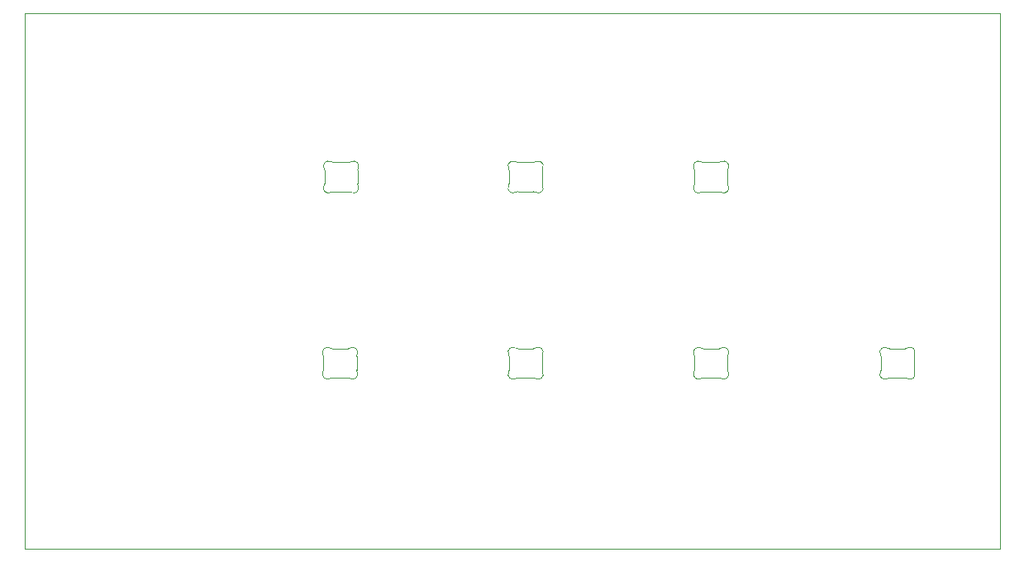
<source format=gm1>
%TF.GenerationSoftware,KiCad,Pcbnew,9.0.6*%
%TF.CreationDate,2025-12-23T12:32:36-05:00*%
%TF.ProjectId,astrapad,61737472-6170-4616-942e-6b696361645f,rev?*%
%TF.SameCoordinates,Original*%
%TF.FileFunction,Profile,NP*%
%FSLAX46Y46*%
G04 Gerber Fmt 4.6, Leading zero omitted, Abs format (unit mm)*
G04 Created by KiCad (PCBNEW 9.0.6) date 2025-12-23 12:32:36*
%MOMM*%
%LPD*%
G01*
G04 APERTURE LIST*
%TA.AperFunction,Profile*%
%ADD10C,0.050000*%
%TD*%
%TA.AperFunction,Profile*%
%ADD11C,0.100000*%
%TD*%
G04 APERTURE END LIST*
D10*
X0Y0D02*
X99890000Y0D01*
X99890000Y-54780000D01*
X0Y-54780000D01*
X0Y0D01*
D11*
%TO.C,D14*%
X68622501Y-36519575D02*
X68622501Y-35113891D01*
X69528048Y-34316733D02*
X71116952Y-34316733D01*
X71116952Y-37316732D02*
X69528047Y-37316732D01*
X72022499Y-35113891D02*
X72022499Y-36519575D01*
X68573016Y-34897013D02*
G75*
G02*
X68622501Y-35113891I-450505J-216876D01*
G01*
X68573016Y-34897014D02*
G75*
G02*
X69275789Y-34248434I450514J216880D01*
G01*
X68622501Y-36519576D02*
G75*
G02*
X68573016Y-36736453I-499990J-1D01*
G01*
X69275789Y-37385031D02*
G75*
G02*
X68573016Y-36736453I-252258J431701D01*
G01*
X69275789Y-37385031D02*
G75*
G02*
X69528047Y-37316732I252261J-431710D01*
G01*
X69528048Y-34316733D02*
G75*
G02*
X69275789Y-34248434I2J500009D01*
G01*
X71116953Y-37316733D02*
G75*
G02*
X71369211Y-37385032I-3J-500010D01*
G01*
X71369210Y-34248434D02*
G75*
G02*
X71116952Y-34316732I-252260J431711D01*
G01*
X71369211Y-34248436D02*
G75*
G02*
X72071981Y-34897012I252259J-431697D01*
G01*
X72022499Y-35113890D02*
G75*
G02*
X72071982Y-34897012I500031J-3D01*
G01*
X72071984Y-36736453D02*
G75*
G02*
X71369210Y-37385033I-450514J-216880D01*
G01*
X72072500Y-36736733D02*
G75*
G02*
X72023004Y-36519856I450500J216900D01*
G01*
%TO.C,D10*%
X30712501Y-17439575D02*
X30712501Y-16033891D01*
X31618048Y-15236733D02*
X33206952Y-15236733D01*
X33206952Y-18236732D02*
X31618047Y-18236732D01*
X34112499Y-16033891D02*
X34112499Y-17439575D01*
X30663016Y-15817013D02*
G75*
G02*
X30712501Y-16033891I-450505J-216876D01*
G01*
X30663016Y-15817014D02*
G75*
G02*
X31365789Y-15168434I450514J216880D01*
G01*
X30712501Y-17439576D02*
G75*
G02*
X30663016Y-17656453I-499990J-1D01*
G01*
X31365789Y-18305031D02*
G75*
G02*
X30663016Y-17656453I-252258J431701D01*
G01*
X31365789Y-18305031D02*
G75*
G02*
X31618047Y-18236732I252261J-431710D01*
G01*
X31618048Y-15236733D02*
G75*
G02*
X31365789Y-15168434I2J500009D01*
G01*
X33206953Y-18236733D02*
G75*
G02*
X33459211Y-18305032I-3J-500010D01*
G01*
X33459210Y-15168434D02*
G75*
G02*
X33206952Y-15236732I-252260J431711D01*
G01*
X33459211Y-15168436D02*
G75*
G02*
X34161981Y-15817012I252259J-431697D01*
G01*
X34112499Y-16033890D02*
G75*
G02*
X34161982Y-15817012I500031J-3D01*
G01*
X34161984Y-17656453D02*
G75*
G02*
X33459210Y-18305033I-450514J-216880D01*
G01*
X34162500Y-17656733D02*
G75*
G02*
X34113004Y-17439856I450500J216900D01*
G01*
%TO.C,D11*%
X49622501Y-17439575D02*
X49622501Y-16033891D01*
X50528048Y-15236733D02*
X52116952Y-15236733D01*
X52116952Y-18236732D02*
X50528047Y-18236732D01*
X53022499Y-16033891D02*
X53022499Y-17439575D01*
X49573016Y-15817013D02*
G75*
G02*
X49622501Y-16033891I-450505J-216876D01*
G01*
X49573016Y-15817014D02*
G75*
G02*
X50275789Y-15168434I450514J216880D01*
G01*
X49622501Y-17439576D02*
G75*
G02*
X49573016Y-17656453I-499990J-1D01*
G01*
X50275789Y-18305031D02*
G75*
G02*
X49573016Y-17656453I-252258J431701D01*
G01*
X50275789Y-18305031D02*
G75*
G02*
X50528047Y-18236732I252261J-431710D01*
G01*
X50528048Y-15236733D02*
G75*
G02*
X50275789Y-15168434I2J500009D01*
G01*
X52116953Y-18236733D02*
G75*
G02*
X52369211Y-18305032I-3J-500010D01*
G01*
X52369210Y-15168434D02*
G75*
G02*
X52116952Y-15236732I-252260J431711D01*
G01*
X52369211Y-15168436D02*
G75*
G02*
X53071981Y-15817012I252259J-431697D01*
G01*
X53022499Y-16033890D02*
G75*
G02*
X53071982Y-15817012I500031J-3D01*
G01*
X53071984Y-17656453D02*
G75*
G02*
X52369210Y-18305033I-450514J-216880D01*
G01*
X53072500Y-17656733D02*
G75*
G02*
X53023004Y-17439856I450500J216900D01*
G01*
%TO.C,D12*%
X68622501Y-17439575D02*
X68622501Y-16033891D01*
X69528048Y-15236733D02*
X71116952Y-15236733D01*
X71116952Y-18236732D02*
X69528047Y-18236732D01*
X72022499Y-16033891D02*
X72022499Y-17439575D01*
X68573016Y-15817013D02*
G75*
G02*
X68622501Y-16033891I-450505J-216876D01*
G01*
X68573016Y-15817014D02*
G75*
G02*
X69275789Y-15168434I450514J216880D01*
G01*
X68622501Y-17439576D02*
G75*
G02*
X68573016Y-17656453I-499990J-1D01*
G01*
X69275789Y-18305031D02*
G75*
G02*
X68573016Y-17656453I-252258J431701D01*
G01*
X69275789Y-18305031D02*
G75*
G02*
X69528047Y-18236732I252261J-431710D01*
G01*
X69528048Y-15236733D02*
G75*
G02*
X69275789Y-15168434I2J500009D01*
G01*
X71116953Y-18236733D02*
G75*
G02*
X71369211Y-18305032I-3J-500010D01*
G01*
X71369210Y-15168434D02*
G75*
G02*
X71116952Y-15236732I-252260J431711D01*
G01*
X71369211Y-15168436D02*
G75*
G02*
X72071981Y-15817012I252259J-431697D01*
G01*
X72022499Y-16033890D02*
G75*
G02*
X72071982Y-15817012I500031J-3D01*
G01*
X72071984Y-17656453D02*
G75*
G02*
X71369210Y-18305033I-450514J-216880D01*
G01*
X72072500Y-17656733D02*
G75*
G02*
X72023004Y-17439856I450500J216900D01*
G01*
%TO.C,D13*%
X87712501Y-36519575D02*
X87712501Y-35113891D01*
X88618048Y-34316733D02*
X90206952Y-34316733D01*
X90206952Y-37316732D02*
X88618047Y-37316732D01*
X91112499Y-35113891D02*
X91112499Y-36519575D01*
X87663016Y-34897013D02*
G75*
G02*
X87712501Y-35113891I-450505J-216876D01*
G01*
X87663016Y-34897014D02*
G75*
G02*
X88365789Y-34248434I450514J216880D01*
G01*
X87712501Y-36519576D02*
G75*
G02*
X87663016Y-36736453I-499990J-1D01*
G01*
X88365789Y-37385031D02*
G75*
G02*
X87663016Y-36736453I-252258J431701D01*
G01*
X88365789Y-37385031D02*
G75*
G02*
X88618047Y-37316732I252261J-431710D01*
G01*
X88618048Y-34316733D02*
G75*
G02*
X88365789Y-34248434I2J500009D01*
G01*
X90206953Y-37316733D02*
G75*
G02*
X90459211Y-37385032I-3J-500010D01*
G01*
X90459210Y-34248434D02*
G75*
G02*
X90206952Y-34316732I-252260J431711D01*
G01*
X90459211Y-34248436D02*
G75*
G02*
X91161981Y-34897012I252259J-431697D01*
G01*
X91112499Y-35113890D02*
G75*
G02*
X91161982Y-34897012I500031J-3D01*
G01*
X91161984Y-36736453D02*
G75*
G02*
X90459210Y-37385033I-450514J-216880D01*
G01*
X91162500Y-36736733D02*
G75*
G02*
X91113004Y-36519856I450500J216900D01*
G01*
%TO.C,D15*%
X49622501Y-36519575D02*
X49622501Y-35113891D01*
X50528048Y-34316733D02*
X52116952Y-34316733D01*
X52116952Y-37316732D02*
X50528047Y-37316732D01*
X53022499Y-35113891D02*
X53022499Y-36519575D01*
X49573016Y-34897013D02*
G75*
G02*
X49622501Y-35113891I-450505J-216876D01*
G01*
X49573016Y-34897014D02*
G75*
G02*
X50275789Y-34248434I450514J216880D01*
G01*
X49622501Y-36519576D02*
G75*
G02*
X49573016Y-36736453I-499990J-1D01*
G01*
X50275789Y-37385031D02*
G75*
G02*
X49573016Y-36736453I-252258J431701D01*
G01*
X50275789Y-37385031D02*
G75*
G02*
X50528047Y-37316732I252261J-431710D01*
G01*
X50528048Y-34316733D02*
G75*
G02*
X50275789Y-34248434I2J500009D01*
G01*
X52116953Y-37316733D02*
G75*
G02*
X52369211Y-37385032I-3J-500010D01*
G01*
X52369210Y-34248434D02*
G75*
G02*
X52116952Y-34316732I-252260J431711D01*
G01*
X52369211Y-34248436D02*
G75*
G02*
X53071981Y-34897012I252259J-431697D01*
G01*
X53022499Y-35113890D02*
G75*
G02*
X53071982Y-34897012I500031J-3D01*
G01*
X53071984Y-36736453D02*
G75*
G02*
X52369210Y-37385033I-450514J-216880D01*
G01*
X53072500Y-36736733D02*
G75*
G02*
X53023004Y-36519856I450500J216900D01*
G01*
%TO.C,D16*%
X30612501Y-36519575D02*
X30612501Y-35113891D01*
X31518048Y-34316733D02*
X33106952Y-34316733D01*
X33106952Y-37316732D02*
X31518047Y-37316732D01*
X34012499Y-35113891D02*
X34012499Y-36519575D01*
X30563016Y-34897013D02*
G75*
G02*
X30612501Y-35113891I-450505J-216876D01*
G01*
X30563016Y-34897014D02*
G75*
G02*
X31265789Y-34248434I450514J216880D01*
G01*
X30612501Y-36519576D02*
G75*
G02*
X30563016Y-36736453I-499990J-1D01*
G01*
X31265789Y-37385031D02*
G75*
G02*
X30563016Y-36736453I-252258J431701D01*
G01*
X31265789Y-37385031D02*
G75*
G02*
X31518047Y-37316732I252261J-431710D01*
G01*
X31518048Y-34316733D02*
G75*
G02*
X31265789Y-34248434I2J500009D01*
G01*
X33106953Y-37316733D02*
G75*
G02*
X33359211Y-37385032I-3J-500010D01*
G01*
X33359210Y-34248434D02*
G75*
G02*
X33106952Y-34316732I-252260J431711D01*
G01*
X33359211Y-34248436D02*
G75*
G02*
X34061981Y-34897012I252259J-431697D01*
G01*
X34012499Y-35113890D02*
G75*
G02*
X34061982Y-34897012I500031J-3D01*
G01*
X34061984Y-36736453D02*
G75*
G02*
X33359210Y-37385033I-450514J-216880D01*
G01*
X34062500Y-36736733D02*
G75*
G02*
X34013004Y-36519856I450500J216900D01*
G01*
%TD*%
M02*

</source>
